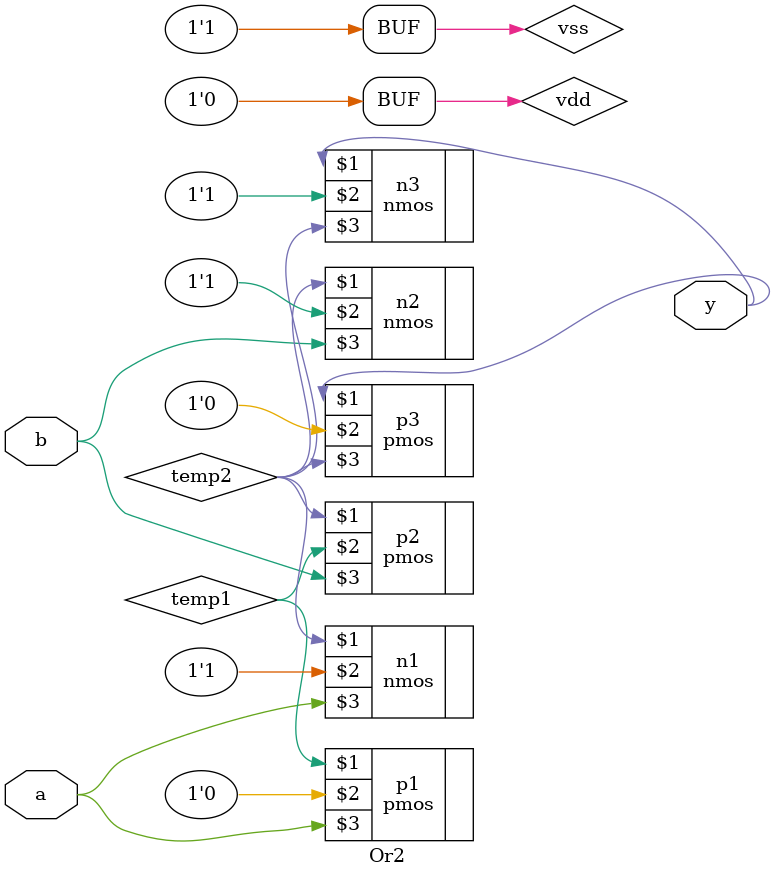
<source format=v>
`timescale 1ns / 1ps

module Or2(
    input a,b,
    output y
    );
    
    wire temp1, temp2;
    
    supply0 vdd;
    supply1 vss;
    //OR section
    //NOR section
    //Pmos section
    pmos p1 (temp1, vdd, a);
    pmos p2 (temp2, temp1, b);
    //Nmos section
    nmos n1 (temp2,vss,a);
    nmos n2 (temp2,vss,b);
    //Not section
    pmos p3 (y, vdd, temp2);
    nmos n3 (y,vss, temp2);
    
    
endmodule

</source>
